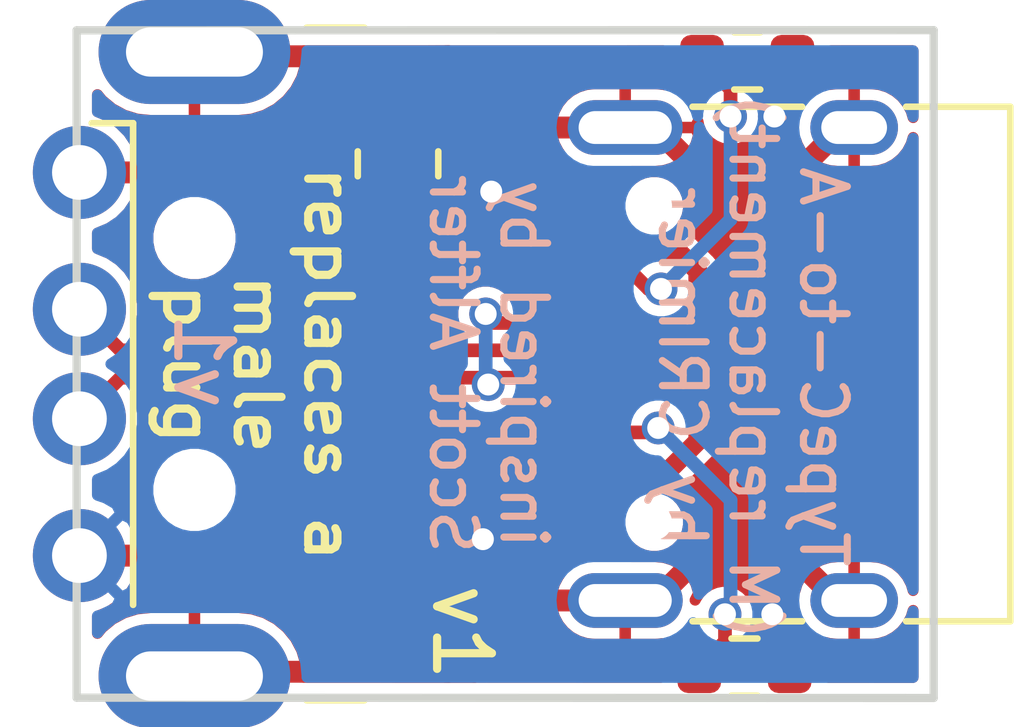
<source format=kicad_pcb>
(kicad_pcb (version 20171130) (host pcbnew 5.1.5+dfsg1-2build2)

  (general
    (thickness 1.6)
    (drawings 9)
    (tracks 97)
    (zones 0)
    (modules 5)
    (nets 11)
  )

  (page USLetter)
  (title_block
    (title "USB Micro-B to B PCB Adapter")
    (date 2018-07-16)
    (company "Scott Alfter")
  )

  (layers
    (0 F.Cu signal)
    (31 B.Cu signal)
    (32 B.Adhes user)
    (33 F.Adhes user)
    (34 B.Paste user)
    (35 F.Paste user)
    (36 B.SilkS user)
    (37 F.SilkS user)
    (38 B.Mask user)
    (39 F.Mask user)
    (40 Dwgs.User user hide)
    (41 Cmts.User user)
    (42 Eco1.User user)
    (43 Eco2.User user)
    (44 Edge.Cuts user)
    (45 Margin user)
    (46 B.CrtYd user hide)
    (47 F.CrtYd user hide)
    (48 B.Fab user hide)
    (49 F.Fab user hide)
  )

  (setup
    (last_trace_width 0.25)
    (user_trace_width 0.35)
    (user_trace_width 0.4)
    (trace_clearance 0.2)
    (zone_clearance 0.2)
    (zone_45_only no)
    (trace_min 0.2)
    (via_size 0.6)
    (via_drill 0.4)
    (via_min_size 0.4)
    (via_min_drill 0.3)
    (uvia_size 0.3)
    (uvia_drill 0.1)
    (uvias_allowed no)
    (uvia_min_size 0.2)
    (uvia_min_drill 0.1)
    (edge_width 0.15)
    (segment_width 0.2)
    (pcb_text_width 0.3)
    (pcb_text_size 1.5 1.5)
    (mod_edge_width 0.15)
    (mod_text_size 1 1)
    (mod_text_width 0.15)
    (pad_size 1.524 1.524)
    (pad_drill 0.762)
    (pad_to_mask_clearance 0.2)
    (aux_axis_origin 162.052 100.1776)
    (visible_elements FFFFFF7F)
    (pcbplotparams
      (layerselection 0x010fc_ffffffff)
      (usegerberextensions true)
      (usegerberattributes false)
      (usegerberadvancedattributes false)
      (creategerberjobfile false)
      (excludeedgelayer true)
      (linewidth 0.100000)
      (plotframeref false)
      (viasonmask false)
      (mode 1)
      (useauxorigin true)
      (hpglpennumber 1)
      (hpglpenspeed 20)
      (hpglpendiameter 15.000000)
      (psnegative false)
      (psa4output false)
      (plotreference false)
      (plotvalue false)
      (plotinvisibletext false)
      (padsonsilk false)
      (subtractmaskfromsilk true)
      (outputformat 1)
      (mirror false)
      (drillshape 0)
      (scaleselection 1)
      (outputdirectory "gerbers/"))
  )

  (net 0 "")
  (net 1 "Net-(J1-Pad2)")
  (net 2 "Net-(J1-Pad1)")
  (net 3 "Net-(J1-Pad3)")
  (net 4 GND)
  (net 5 GNDS)
  (net 6 "Net-(J2-PadA4)")
  (net 7 "Net-(J2-PadB8)")
  (net 8 "Net-(J2-PadA5)")
  (net 9 "Net-(J2-PadA8)")
  (net 10 "Net-(J2-PadB5)")

  (net_class Default "This is the default net class."
    (clearance 0.2)
    (trace_width 0.25)
    (via_dia 0.6)
    (via_drill 0.4)
    (uvia_dia 0.3)
    (uvia_drill 0.1)
    (add_net GND)
    (add_net GNDS)
    (add_net "Net-(J1-Pad1)")
    (add_net "Net-(J1-Pad2)")
    (add_net "Net-(J1-Pad3)")
    (add_net "Net-(J2-PadA4)")
    (add_net "Net-(J2-PadA5)")
    (add_net "Net-(J2-PadA8)")
    (add_net "Net-(J2-PadB5)")
    (add_net "Net-(J2-PadB8)")
  )

  (module usba_to_typec:USB_A (layer F.Cu) (tedit 618547AB) (tstamp 6185BC78)
    (at 146.4564 106.2736)
    (descr "USB type A Plug, Horizontal, http://cnctech.us/pdfs/1001-011-01101.pdf")
    (tags USB-A)
    (path /61855C0A)
    (attr smd)
    (fp_text reference J1 (at 2.1 -8) (layer F.SilkS) hide
      (effects (font (size 1 1) (thickness 0.15)))
    )
    (fp_text value USB_A (at 9 8 180) (layer F.Fab)
      (effects (font (size 1 1) (thickness 0.15)))
    )
    (fp_line (start 1.75 -4) (end 1.75 -3.05) (layer F.Fab) (width 0.1))
    (fp_line (start 1.25 -3.5) (end 1.75 -4) (layer F.Fab) (width 0.1))
    (fp_line (start 1.25 -3.5) (end 1.75 -3) (layer F.Fab) (width 0.1))
    (fp_line (start 0.98 -4.4) (end 0.225 -4.4) (layer F.SilkS) (width 0.12))
    (fp_text user %R (at 3 0 90) (layer F.Fab)
      (effects (font (size 1 1) (thickness 0.15)))
    )
    (fp_line (start 4.15 6.145) (end 5.2 6.145) (layer F.SilkS) (width 0.12))
    (fp_line (start 4.15 -6.145) (end 5.2 -6.145) (layer F.SilkS) (width 0.12))
    (fp_text user "PCB Edge" (at 4.45 -0.05 90) (layer Dwgs.User)
      (effects (font (size 0.6 0.6) (thickness 0.09)))
    )
    (fp_line (start 5.2 6.025) (end 5.2 -6.025) (layer Dwgs.User) (width 0.1))
    (fp_line (start 0.98 -4.4) (end 0.98 4.4) (layer F.SilkS) (width 0.12))
    (fp_circle (center 2.1 2.3) (end 2.1 2.8) (layer F.Fab) (width 0.1))
    (fp_circle (center 2.1 -2.3) (end 2.1 -2.8) (layer F.Fab) (width 0.1))
    (fp_line (start -1.4 -3.25) (end 1.1 -3.25) (layer F.Fab) (width 0.1))
    (fp_line (start -1.4 -3.25) (end -1.4 -3.75) (layer F.Fab) (width 0.1))
    (fp_line (start -1.4 -3.75) (end 1.1 -3.75) (layer F.Fab) (width 0.1))
    (fp_line (start -1.4 -1.25) (end 1.1 -1.25) (layer F.Fab) (width 0.1))
    (fp_line (start -1.4 -0.75) (end 1.1 -0.75) (layer F.Fab) (width 0.1))
    (fp_line (start -1.4 -0.75) (end -1.4 -1.25) (layer F.Fab) (width 0.1))
    (fp_line (start -1.4 1.25) (end 1.1 1.25) (layer F.Fab) (width 0.1))
    (fp_line (start -1.4 1.25) (end -1.4 0.75) (layer F.Fab) (width 0.1))
    (fp_line (start -1.4 0.75) (end 1.1 0.75) (layer F.Fab) (width 0.1))
    (fp_line (start -1.4 3.75) (end 1.1 3.75) (layer F.Fab) (width 0.1))
    (fp_line (start -1.4 3.25) (end 1.1 3.25) (layer F.Fab) (width 0.1))
    (fp_line (start -1.4 3.75) (end -1.4 3.25) (layer F.Fab) (width 0.1))
    (fp_line (start 1.1 6.025) (end 1.1 -6.025) (layer F.Fab) (width 0.1))
    (pad "" np_thru_hole circle (at 2.1 2.3) (size 1.1 1.1) (drill 1.1) (layers *.Cu *.Mask))
    (pad "" np_thru_hole circle (at 2.1 -2.3) (size 1.1 1.1) (drill 1.1) (layers *.Cu *.Mask))
    (pad 5 thru_hole oval (at 2.1 5.7) (size 3.5 1.9) (drill oval 2.5 0.9) (layers *.Cu *.Mask)
      (net 5 GNDS))
    (pad 5 thru_hole oval (at 2.1 -5.7) (size 3.5 1.9) (drill oval 2.5 0.9) (layers *.Cu *.Mask)
      (net 5 GNDS))
    (pad 4 thru_hole circle (at 0 3.5) (size 1.7 1.7) (drill 1) (layers *.Cu *.Mask)
      (net 4 GND))
    (pad 1 thru_hole circle (at 0 -3.5) (size 1.7 1.7) (drill 1) (layers *.Cu *.Mask)
      (net 2 "Net-(J1-Pad1)"))
    (pad 3 thru_hole circle (at 0 1) (size 1.7 1.7) (drill 1) (layers *.Cu *.Mask)
      (net 3 "Net-(J1-Pad3)"))
    (pad 2 thru_hole circle (at 0 -1) (size 1.7 1.7) (drill 1) (layers *.Cu *.Mask)
      (net 1 "Net-(J1-Pad2)"))
    (model ${KISYS3DMOD}/Connector_USB.3dshapes/USB_A_CNCTech_1001-011-01101_Horizontal.wrl
      (at (xyz 0 0 0))
      (scale (xyz 1 1 1))
      (rotate (xyz 0 0 0))
    )
  )

  (module Resistor_SMD:R_0805_2012Metric (layer F.Cu) (tedit 5F68FEEE) (tstamp 61853D0A)
    (at 152.273 102.616 90)
    (descr "Resistor SMD 0805 (2012 Metric), square (rectangular) end terminal, IPC_7351 nominal, (Body size source: IPC-SM-782 page 72, https://www.pcb-3d.com/wordpress/wp-content/uploads/ipc-sm-782a_amendment_1_and_2.pdf), generated with kicad-footprint-generator")
    (tags resistor)
    (path /6185A890)
    (attr smd)
    (fp_text reference R1 (at 0 -1.65 90) (layer F.SilkS) hide
      (effects (font (size 1 1) (thickness 0.15)))
    )
    (fp_text value 0R (at 0 1.65 90) (layer F.Fab)
      (effects (font (size 1 1) (thickness 0.15)))
    )
    (fp_text user %R (at 0 0 90) (layer F.Fab)
      (effects (font (size 0.5 0.5) (thickness 0.08)))
    )
    (fp_line (start 1.68 0.95) (end -1.68 0.95) (layer F.CrtYd) (width 0.05))
    (fp_line (start 1.68 -0.95) (end 1.68 0.95) (layer F.CrtYd) (width 0.05))
    (fp_line (start -1.68 -0.95) (end 1.68 -0.95) (layer F.CrtYd) (width 0.05))
    (fp_line (start -1.68 0.95) (end -1.68 -0.95) (layer F.CrtYd) (width 0.05))
    (fp_line (start -0.227064 0.735) (end 0.227064 0.735) (layer F.SilkS) (width 0.12))
    (fp_line (start -0.227064 -0.735) (end 0.227064 -0.735) (layer F.SilkS) (width 0.12))
    (fp_line (start 1 0.625) (end -1 0.625) (layer F.Fab) (width 0.1))
    (fp_line (start 1 -0.625) (end 1 0.625) (layer F.Fab) (width 0.1))
    (fp_line (start -1 -0.625) (end 1 -0.625) (layer F.Fab) (width 0.1))
    (fp_line (start -1 0.625) (end -1 -0.625) (layer F.Fab) (width 0.1))
    (pad 2 smd roundrect (at 0.9125 0 90) (size 1.025 1.4) (layers F.Cu F.Paste F.Mask) (roundrect_rratio 0.243902)
      (net 2 "Net-(J1-Pad1)"))
    (pad 1 smd roundrect (at -0.9125 0 90) (size 1.025 1.4) (layers F.Cu F.Paste F.Mask) (roundrect_rratio 0.243902)
      (net 6 "Net-(J2-PadA4)"))
    (model ${KISYS3DMOD}/Resistor_SMD.3dshapes/R_0805_2012Metric.wrl
      (at (xyz 0 0 0))
      (scale (xyz 1 1 1))
      (rotate (xyz 0 0 0))
    )
  )

  (module Resistor_SMD:R_0603_1608Metric (layer F.Cu) (tedit 5F68FEEE) (tstamp 618595AE)
    (at 158.6484 100.7364)
    (descr "Resistor SMD 0603 (1608 Metric), square (rectangular) end terminal, IPC_7351 nominal, (Body size source: IPC-SM-782 page 72, https://www.pcb-3d.com/wordpress/wp-content/uploads/ipc-sm-782a_amendment_1_and_2.pdf), generated with kicad-footprint-generator")
    (tags resistor)
    (path /618602A6)
    (attr smd)
    (fp_text reference R3 (at 0 -1.43) (layer F.SilkS) hide
      (effects (font (size 1 1) (thickness 0.15)))
    )
    (fp_text value 5.1K (at 0 1.43) (layer F.Fab)
      (effects (font (size 1 1) (thickness 0.15)))
    )
    (fp_text user %R (at 0 0) (layer F.Fab)
      (effects (font (size 0.4 0.4) (thickness 0.06)))
    )
    (fp_line (start 1.48 0.73) (end -1.48 0.73) (layer F.CrtYd) (width 0.05))
    (fp_line (start 1.48 -0.73) (end 1.48 0.73) (layer F.CrtYd) (width 0.05))
    (fp_line (start -1.48 -0.73) (end 1.48 -0.73) (layer F.CrtYd) (width 0.05))
    (fp_line (start -1.48 0.73) (end -1.48 -0.73) (layer F.CrtYd) (width 0.05))
    (fp_line (start -0.237258 0.5225) (end 0.237258 0.5225) (layer F.SilkS) (width 0.12))
    (fp_line (start -0.237258 -0.5225) (end 0.237258 -0.5225) (layer F.SilkS) (width 0.12))
    (fp_line (start 0.8 0.4125) (end -0.8 0.4125) (layer F.Fab) (width 0.1))
    (fp_line (start 0.8 -0.4125) (end 0.8 0.4125) (layer F.Fab) (width 0.1))
    (fp_line (start -0.8 -0.4125) (end 0.8 -0.4125) (layer F.Fab) (width 0.1))
    (fp_line (start -0.8 0.4125) (end -0.8 -0.4125) (layer F.Fab) (width 0.1))
    (pad 2 smd roundrect (at 0.825 0) (size 0.8 0.95) (layers F.Cu F.Paste F.Mask) (roundrect_rratio 0.25)
      (net 4 GND))
    (pad 1 smd roundrect (at -0.825 0) (size 0.8 0.95) (layers F.Cu F.Paste F.Mask) (roundrect_rratio 0.25)
      (net 10 "Net-(J2-PadB5)"))
    (model ${KISYS3DMOD}/Resistor_SMD.3dshapes/R_0603_1608Metric.wrl
      (at (xyz 0 0 0))
      (scale (xyz 1 1 1))
      (rotate (xyz 0 0 0))
    )
  )

  (module Resistor_SMD:R_0603_1608Metric (layer F.Cu) (tedit 5F68FEEE) (tstamp 6185959D)
    (at 158.5976 111.8108)
    (descr "Resistor SMD 0603 (1608 Metric), square (rectangular) end terminal, IPC_7351 nominal, (Body size source: IPC-SM-782 page 72, https://www.pcb-3d.com/wordpress/wp-content/uploads/ipc-sm-782a_amendment_1_and_2.pdf), generated with kicad-footprint-generator")
    (tags resistor)
    (path /6185F9C0)
    (attr smd)
    (fp_text reference R2 (at 0 -1.43) (layer F.SilkS) hide
      (effects (font (size 1 1) (thickness 0.15)))
    )
    (fp_text value 5.1K (at 0 1.43) (layer F.Fab)
      (effects (font (size 1 1) (thickness 0.15)))
    )
    (fp_text user %R (at 0 0) (layer F.Fab)
      (effects (font (size 0.4 0.4) (thickness 0.06)))
    )
    (fp_line (start 1.48 0.73) (end -1.48 0.73) (layer F.CrtYd) (width 0.05))
    (fp_line (start 1.48 -0.73) (end 1.48 0.73) (layer F.CrtYd) (width 0.05))
    (fp_line (start -1.48 -0.73) (end 1.48 -0.73) (layer F.CrtYd) (width 0.05))
    (fp_line (start -1.48 0.73) (end -1.48 -0.73) (layer F.CrtYd) (width 0.05))
    (fp_line (start -0.237258 0.5225) (end 0.237258 0.5225) (layer F.SilkS) (width 0.12))
    (fp_line (start -0.237258 -0.5225) (end 0.237258 -0.5225) (layer F.SilkS) (width 0.12))
    (fp_line (start 0.8 0.4125) (end -0.8 0.4125) (layer F.Fab) (width 0.1))
    (fp_line (start 0.8 -0.4125) (end 0.8 0.4125) (layer F.Fab) (width 0.1))
    (fp_line (start -0.8 -0.4125) (end 0.8 -0.4125) (layer F.Fab) (width 0.1))
    (fp_line (start -0.8 0.4125) (end -0.8 -0.4125) (layer F.Fab) (width 0.1))
    (pad 2 smd roundrect (at 0.825 0) (size 0.8 0.95) (layers F.Cu F.Paste F.Mask) (roundrect_rratio 0.25)
      (net 4 GND))
    (pad 1 smd roundrect (at -0.825 0) (size 0.8 0.95) (layers F.Cu F.Paste F.Mask) (roundrect_rratio 0.25)
      (net 8 "Net-(J2-PadA5)"))
    (model ${KISYS3DMOD}/Resistor_SMD.3dshapes/R_0603_1608Metric.wrl
      (at (xyz 0 0 0))
      (scale (xyz 1 1 1))
      (rotate (xyz 0 0 0))
    )
  )

  (module Connector_USB:USB_C_Receptacle_HRO_TYPE-C-31-M-12 (layer F.Cu) (tedit 5D3C0721) (tstamp 6185957B)
    (at 159.55 106.2736 90)
    (descr "USB Type-C receptacle for USB 2.0 and PD, http://www.krhro.com/uploads/soft/180320/1-1P320120243.pdf")
    (tags "usb usb-c 2.0 pd")
    (path /61853C0D)
    (attr smd)
    (fp_text reference J2 (at 0 -5.645 90) (layer F.SilkS) hide
      (effects (font (size 1 1) (thickness 0.15)))
    )
    (fp_text value USB_C_Receptacle_USB2.0 (at 0 5.1 90) (layer F.Fab)
      (effects (font (size 1 1) (thickness 0.15)))
    )
    (fp_line (start -4.7 3.9) (end 4.7 3.9) (layer F.SilkS) (width 0.12))
    (fp_line (start -4.47 -3.65) (end 4.47 -3.65) (layer F.Fab) (width 0.1))
    (fp_line (start -4.47 -3.65) (end -4.47 3.65) (layer F.Fab) (width 0.1))
    (fp_line (start -4.47 3.65) (end 4.47 3.65) (layer F.Fab) (width 0.1))
    (fp_line (start 4.47 -3.65) (end 4.47 3.65) (layer F.Fab) (width 0.1))
    (fp_text user %R (at 0 0 90) (layer F.Fab)
      (effects (font (size 1 1) (thickness 0.15)))
    )
    (fp_line (start -5.32 -5.27) (end 5.32 -5.27) (layer F.CrtYd) (width 0.05))
    (fp_line (start -5.32 4.15) (end 5.32 4.15) (layer F.CrtYd) (width 0.05))
    (fp_line (start -5.32 -5.27) (end -5.32 4.15) (layer F.CrtYd) (width 0.05))
    (fp_line (start 5.32 -5.27) (end 5.32 4.15) (layer F.CrtYd) (width 0.05))
    (fp_line (start 4.7 -1.9) (end 4.7 0.1) (layer F.SilkS) (width 0.12))
    (fp_line (start 4.7 2) (end 4.7 3.9) (layer F.SilkS) (width 0.12))
    (fp_line (start -4.7 -1.9) (end -4.7 0.1) (layer F.SilkS) (width 0.12))
    (fp_line (start -4.7 2) (end -4.7 3.9) (layer F.SilkS) (width 0.12))
    (pad B1 smd rect (at 3.25 -4.045 90) (size 0.6 1.45) (layers F.Cu F.Paste F.Mask)
      (net 4 GND))
    (pad A9 smd rect (at 2.45 -4.045 90) (size 0.6 1.45) (layers F.Cu F.Paste F.Mask)
      (net 6 "Net-(J2-PadA4)"))
    (pad B9 smd rect (at -2.45 -4.045 90) (size 0.6 1.45) (layers F.Cu F.Paste F.Mask)
      (net 6 "Net-(J2-PadA4)"))
    (pad B12 smd rect (at -3.25 -4.045 90) (size 0.6 1.45) (layers F.Cu F.Paste F.Mask)
      (net 4 GND))
    (pad A1 smd rect (at -3.25 -4.045 90) (size 0.6 1.45) (layers F.Cu F.Paste F.Mask)
      (net 4 GND))
    (pad A4 smd rect (at -2.45 -4.045 90) (size 0.6 1.45) (layers F.Cu F.Paste F.Mask)
      (net 6 "Net-(J2-PadA4)"))
    (pad B4 smd rect (at 2.45 -4.045 90) (size 0.6 1.45) (layers F.Cu F.Paste F.Mask)
      (net 6 "Net-(J2-PadA4)"))
    (pad A12 smd rect (at 3.25 -4.045 90) (size 0.6 1.45) (layers F.Cu F.Paste F.Mask)
      (net 4 GND))
    (pad B8 smd rect (at -1.75 -4.045 90) (size 0.3 1.45) (layers F.Cu F.Paste F.Mask)
      (net 7 "Net-(J2-PadB8)"))
    (pad A5 smd rect (at -1.25 -4.045 90) (size 0.3 1.45) (layers F.Cu F.Paste F.Mask)
      (net 8 "Net-(J2-PadA5)"))
    (pad B7 smd rect (at -0.75 -4.045 90) (size 0.3 1.45) (layers F.Cu F.Paste F.Mask)
      (net 1 "Net-(J1-Pad2)"))
    (pad A7 smd rect (at 0.25 -4.045 90) (size 0.3 1.45) (layers F.Cu F.Paste F.Mask)
      (net 1 "Net-(J1-Pad2)"))
    (pad B6 smd rect (at 0.75 -4.045 90) (size 0.3 1.45) (layers F.Cu F.Paste F.Mask)
      (net 3 "Net-(J1-Pad3)"))
    (pad A8 smd rect (at 1.25 -4.045 90) (size 0.3 1.45) (layers F.Cu F.Paste F.Mask)
      (net 9 "Net-(J2-PadA8)"))
    (pad B5 smd rect (at 1.75 -4.045 90) (size 0.3 1.45) (layers F.Cu F.Paste F.Mask)
      (net 10 "Net-(J2-PadB5)"))
    (pad A6 smd rect (at -0.25 -4.045 90) (size 0.3 1.45) (layers F.Cu F.Paste F.Mask)
      (net 3 "Net-(J1-Pad3)"))
    (pad S1 thru_hole oval (at 4.32 -3.13 90) (size 1 2.1) (drill oval 0.6 1.7) (layers *.Cu *.Mask)
      (net 5 GNDS))
    (pad S1 thru_hole oval (at -4.32 -3.13 90) (size 1 2.1) (drill oval 0.6 1.7) (layers *.Cu *.Mask)
      (net 5 GNDS))
    (pad "" np_thru_hole circle (at -2.89 -2.6 90) (size 0.65 0.65) (drill 0.65) (layers *.Cu *.Mask))
    (pad S1 thru_hole oval (at -4.32 1.05 90) (size 1 1.6) (drill oval 0.6 1.2) (layers *.Cu *.Mask)
      (net 5 GNDS))
    (pad "" np_thru_hole circle (at 2.89 -2.6 90) (size 0.65 0.65) (drill 0.65) (layers *.Cu *.Mask))
    (pad S1 thru_hole oval (at 4.32 1.05 90) (size 1 1.6) (drill oval 0.6 1.2) (layers *.Cu *.Mask)
      (net 5 GNDS))
    (model ${KISYS3DMOD}/Connector_USB.3dshapes/USB_C_Receptacle_HRO_TYPE-C-31-M-12.wrl
      (at (xyz 0 0 0))
      (scale (xyz 1 1 1))
      (rotate (xyz 0 0 0))
    )
  )

  (gr_text "replaces a\nmale\nplug" (at 149.7076 106.2736 270) (layer F.SilkS)
    (effects (font (size 0.8 0.9) (thickness 0.15)))
  )
  (gr_text "inspired by\nScott Alfter" (at 153.924 106.2736 270) (layer B.SilkS) (tstamp 61854554)
    (effects (font (size 0.8 0.8) (thickness 0.13)) (justify mirror))
  )
  (gr_text "TypeC-to-A\n(M replacement)\nby CRImier" (at 158.75 106.3244 270) (layer B.SilkS)
    (effects (font (size 0.8 0.8) (thickness 0.13)) (justify mirror))
  )
  (gr_text v1 (at 153.4414 111.1758 270) (layer F.SilkS) (tstamp 61853582)
    (effects (font (size 1 1) (thickness 0.15)))
  )
  (gr_text v1 (at 148.717 106.2228 270) (layer B.SilkS)
    (effects (font (size 1 1) (thickness 0.15)) (justify mirror))
  )
  (gr_line (start 146.4056 112.3696) (end 146.4056 100.1776) (angle 90) (layer Edge.Cuts) (width 0.15))
  (gr_line (start 162.052 112.375) (end 146.4056 112.3696) (angle 90) (layer Edge.Cuts) (width 0.15))
  (gr_line (start 162.052 100.175) (end 162.052 112.375) (angle 90) (layer Edge.Cuts) (width 0.15))
  (gr_line (start 146.4056 100.1776) (end 162.052 100.175) (angle 90) (layer Edge.Cuts) (width 0.15))

  (segment (start 147.2064 106.0236) (end 146.4564 105.2736) (width 0.25) (layer F.Cu) (net 1))
  (segment (start 155.505 106.0236) (end 147.2064 106.0236) (width 0.25) (layer F.Cu) (net 1))
  (segment (start 156.48 106.0236) (end 155.505 106.0236) (width 0.25) (layer F.Cu) (net 1))
  (segment (start 156.555001 106.098601) (end 156.48 106.0236) (width 0.25) (layer F.Cu) (net 1))
  (segment (start 156.555001 106.933601) (end 156.555001 106.098601) (width 0.25) (layer F.Cu) (net 1))
  (segment (start 156.465002 107.0236) (end 156.555001 106.933601) (width 0.25) (layer F.Cu) (net 1))
  (segment (start 155.505 107.0236) (end 156.465002 107.0236) (width 0.25) (layer F.Cu) (net 1))
  (segment (start 149.8118 102.7736) (end 146.47421 102.7736) (width 0.4) (layer F.Cu) (net 2))
  (segment (start 151.573 101.7035) (end 150.5081 102.7684) (width 0.4) (layer F.Cu) (net 2))
  (segment (start 150.5081 102.7684) (end 149.7584 102.7684) (width 0.4) (layer F.Cu) (net 2))
  (segment (start 152.273 101.7035) (end 151.573 101.7035) (width 0.4) (layer F.Cu) (net 2))
  (segment (start 149.8118 102.7736) (end 149.7584 102.7684) (width 0.4) (layer F.Cu) (net 2))
  (segment (start 147.2064 106.5236) (end 146.4564 107.2736) (width 0.25) (layer F.Cu) (net 3))
  (segment (start 155.505 106.5236) (end 147.2064 106.5236) (width 0.25) (layer F.Cu) (net 3))
  (segment (start 154.0376 105.5236) (end 153.8732 105.3592) (width 0.25) (layer F.Cu) (net 3))
  (via (at 153.8732 105.3592) (size 0.6) (drill 0.4) (layers F.Cu B.Cu) (net 3))
  (segment (start 155.505 105.5236) (end 154.0376 105.5236) (width 0.25) (layer F.Cu) (net 3))
  (via (at 153.92 106.6486) (size 0.6) (drill 0.4) (layers F.Cu B.Cu) (net 3))
  (segment (start 153.8732 106.6018) (end 153.92 106.6486) (width 0.25) (layer B.Cu) (net 3))
  (segment (start 153.8732 105.3592) (end 153.8732 106.6018) (width 0.25) (layer B.Cu) (net 3))
  (via (at 159.1056 110.8456) (size 0.6) (drill 0.4) (layers F.Cu B.Cu) (net 4))
  (segment (start 159.4226 111.1626) (end 159.1056 110.8456) (width 0.25) (layer F.Cu) (net 4))
  (segment (start 159.4226 111.8108) (end 159.4226 111.1626) (width 0.25) (layer F.Cu) (net 4))
  (via (at 159.143603 101.7524) (size 0.6) (drill 0.4) (layers F.Cu B.Cu) (net 4))
  (segment (start 159.4734 101.422603) (end 159.143603 101.7524) (width 0.25) (layer F.Cu) (net 4))
  (segment (start 159.4734 100.7364) (end 159.4734 101.422603) (width 0.25) (layer F.Cu) (net 4))
  (via (at 153.9748 103.124) (size 0.6) (drill 0.4) (layers F.Cu B.Cu) (net 4))
  (segment (start 154.0752 103.0236) (end 153.9748 103.124) (width 0.4) (layer F.Cu) (net 4))
  (segment (start 155.505 103.0236) (end 154.0752 103.0236) (width 0.4) (layer F.Cu) (net 4))
  (via (at 153.8224 109.474) (size 0.6) (drill 0.4) (layers F.Cu B.Cu) (net 4))
  (segment (start 153.872 109.5236) (end 153.8224 109.474) (width 0.4) (layer F.Cu) (net 4))
  (segment (start 155.505 109.5236) (end 153.872 109.5236) (width 0.4) (layer F.Cu) (net 4))
  (segment (start 146.47421 109.773999) (end 146.47421 109.7736) (width 0.4) (layer F.Cu) (net 4))
  (segment (start 153.522401 109.773999) (end 146.47421 109.773999) (width 0.4) (layer F.Cu) (net 4))
  (segment (start 153.8224 109.474) (end 153.522401 109.773999) (width 0.4) (layer F.Cu) (net 4))
  (segment (start 153.2011 111.897427) (end 153.201258 111.897427) (width 0.4) (layer F.Cu) (net 5))
  (segment (start 153.2011 100.651243) (end 153.201177 100.651243) (width 0.4) (layer F.Cu) (net 5))
  (segment (start 160.3 110.5936) (end 160.6 110.5936) (width 0.4) (layer F.Cu) (net 5))
  (segment (start 157.87 109.6936) (end 159.4 109.6936) (width 0.4) (layer F.Cu) (net 5))
  (segment (start 159.4 109.6936) (end 160.3 110.5936) (width 0.4) (layer F.Cu) (net 5))
  (segment (start 156.97 110.5936) (end 157.87 109.6936) (width 0.4) (layer F.Cu) (net 5))
  (segment (start 156.42 110.5936) (end 156.97 110.5936) (width 0.4) (layer F.Cu) (net 5))
  (segment (start 153.666517 111.897082) (end 153.18853 111.896916) (width 0.4) (layer F.Cu) (net 5))
  (segment (start 154.97 110.5936) (end 153.666517 111.897082) (width 0.4) (layer F.Cu) (net 5))
  (segment (start 156.42 110.5936) (end 154.97 110.5936) (width 0.4) (layer F.Cu) (net 5))
  (segment (start 154.490576 101.9536) (end 153.188464 100.651488) (width 0.4) (layer F.Cu) (net 5))
  (segment (start 156.42 101.9536) (end 154.490576 101.9536) (width 0.4) (layer F.Cu) (net 5))
  (segment (start 160.3776 101.9536) (end 160.6 101.9536) (width 0.4) (layer F.Cu) (net 5))
  (segment (start 159.4612 102.87) (end 160.3776 101.9536) (width 0.4) (layer F.Cu) (net 5))
  (segment (start 157.8864 102.87) (end 159.4612 102.87) (width 0.4) (layer F.Cu) (net 5))
  (segment (start 156.97 101.9536) (end 157.8864 102.87) (width 0.4) (layer F.Cu) (net 5))
  (segment (start 156.42 101.9536) (end 156.97 101.9536) (width 0.4) (layer F.Cu) (net 5))
  (segment (start 153.151122 100.651488) (end 148.556414 100.652251) (width 0.4) (layer F.Cu) (net 5))
  (segment (start 153.188464 100.651488) (end 153.151122 100.651488) (width 0.4) (layer F.Cu) (net 5))
  (segment (start 153.142051 111.896916) (end 148.556427 111.895333) (width 0.4) (layer F.Cu) (net 5))
  (segment (start 153.18853 111.896916) (end 153.142051 111.896916) (width 0.4) (layer F.Cu) (net 5))
  (segment (start 156.0968 103.8236) (end 156.246799 103.973599) (width 0.4) (layer F.Cu) (net 6))
  (segment (start 155.505 103.8236) (end 156.0968 103.8236) (width 0.4) (layer F.Cu) (net 6))
  (segment (start 154.379599 103.824001) (end 154.38 103.8236) (width 0.4) (layer F.Cu) (net 6))
  (segment (start 154.38 103.8236) (end 154.6236 103.8236) (width 0.4) (layer F.Cu) (net 6))
  (segment (start 154.6236 103.8236) (end 155.505 103.8236) (width 0.4) (layer F.Cu) (net 6))
  (segment (start 154.623199 103.824001) (end 154.6236 103.8236) (width 0.4) (layer F.Cu) (net 6))
  (segment (start 153.150801 103.824001) (end 154.623199 103.824001) (width 0.4) (layer F.Cu) (net 6))
  (segment (start 156.670398 108.4072) (end 156.353998 108.7236) (width 0.35) (layer F.Cu) (net 6))
  (segment (start 156.906599 104.226999) (end 157.397601 104.226999) (width 0.35) (layer F.Cu) (net 6))
  (segment (start 156.246799 103.973599) (end 156.505001 103.973599) (width 0.35) (layer F.Cu) (net 6))
  (segment (start 157.0228 108.4072) (end 156.670398 108.4072) (width 0.35) (layer F.Cu) (net 6))
  (segment (start 156.353998 108.7236) (end 155.505 108.7236) (width 0.35) (layer F.Cu) (net 6))
  (segment (start 157.748601 107.681399) (end 157.0228 108.4072) (width 0.35) (layer F.Cu) (net 6))
  (segment (start 156.579991 104.048589) (end 156.728189 104.048589) (width 0.35) (layer F.Cu) (net 6))
  (segment (start 156.505001 103.973599) (end 156.579991 104.048589) (width 0.35) (layer F.Cu) (net 6))
  (segment (start 156.728189 104.048589) (end 156.906599 104.226999) (width 0.35) (layer F.Cu) (net 6))
  (segment (start 157.397601 104.226999) (end 157.748601 104.577999) (width 0.35) (layer F.Cu) (net 6))
  (segment (start 157.748601 104.577999) (end 157.748601 107.681399) (width 0.35) (layer F.Cu) (net 6))
  (segment (start 152.973 103.5285) (end 152.273 103.5285) (width 0.4) (layer F.Cu) (net 6))
  (segment (start 153.150801 103.706301) (end 152.973 103.5285) (width 0.4) (layer F.Cu) (net 6))
  (segment (start 153.150801 103.824001) (end 153.150801 103.706301) (width 0.4) (layer F.Cu) (net 6))
  (via (at 157.0228 107.442) (size 0.6) (drill 0.4) (layers F.Cu B.Cu) (net 8))
  (segment (start 156.9412 107.5236) (end 157.0228 107.442) (width 0.25) (layer F.Cu) (net 8))
  (segment (start 155.505 107.5236) (end 156.9412 107.5236) (width 0.25) (layer F.Cu) (net 8))
  (segment (start 157.0228 107.442) (end 158.3436 108.7628) (width 0.25) (layer B.Cu) (net 8))
  (via (at 158.242 110.8456) (size 0.6) (drill 0.4) (layers F.Cu B.Cu) (net 8))
  (segment (start 158.3436 110.744) (end 158.242 110.8456) (width 0.25) (layer B.Cu) (net 8))
  (segment (start 158.3436 108.7628) (end 158.3436 110.744) (width 0.25) (layer B.Cu) (net 8))
  (segment (start 158.242 111.3414) (end 157.7726 111.8108) (width 0.25) (layer F.Cu) (net 8))
  (segment (start 158.242 110.8456) (end 158.242 111.3414) (width 0.25) (layer F.Cu) (net 8))
  (via (at 158.3436 101.7524) (size 0.6) (drill 0.4) (layers F.Cu B.Cu) (net 10))
  (segment (start 158.3436 101.2566) (end 157.8234 100.7364) (width 0.25) (layer F.Cu) (net 10))
  (segment (start 158.3436 101.7524) (end 158.3436 101.2566) (width 0.25) (layer F.Cu) (net 10))
  (segment (start 158.3436 101.7524) (end 158.3436 103.632) (width 0.25) (layer B.Cu) (net 10))
  (segment (start 158.3436 103.632) (end 157.373599 104.602001) (width 0.25) (layer B.Cu) (net 10))
  (segment (start 156.490001 104.548599) (end 156.843402 104.902) (width 0.25) (layer F.Cu) (net 10))
  (segment (start 155.505 104.5236) (end 155.529999 104.548599) (width 0.25) (layer F.Cu) (net 10))
  (segment (start 155.529999 104.548599) (end 156.490001 104.548599) (width 0.25) (layer F.Cu) (net 10))
  (via (at 157.0736 104.902) (size 0.6) (drill 0.4) (layers F.Cu B.Cu) (net 10))
  (segment (start 157.373599 104.602001) (end 157.0736 104.902) (width 0.25) (layer B.Cu) (net 10))
  (segment (start 156.843402 104.902) (end 157.0736 104.902) (width 0.25) (layer F.Cu) (net 10))

  (zone (net 5) (net_name GNDS) (layer F.Cu) (tstamp 618764D0) (hatch edge 0.508)
    (connect_pads (clearance 0.2))
    (min_thickness 0.2)
    (fill yes (arc_segments 16) (thermal_gap 0.2) (thermal_bridge_width 0.21))
    (polygon
      (pts
        (xy 163.322 112.268) (xy 146.685 112.268) (xy 146.685 100.33) (xy 163.322 100.33)
      )
    )
    (filled_polygon
      (pts
        (xy 161.677 101.773417) (xy 161.641017 101.652072) (xy 161.567953 101.513301) (xy 161.46922 101.39145) (xy 161.348613 101.291202)
        (xy 161.210766 101.21641) (xy 161.060976 101.169947) (xy 160.905 101.1536) (xy 160.605 101.1536) (xy 160.605 101.9486)
        (xy 160.625 101.9486) (xy 160.625 101.9586) (xy 160.605 101.9586) (xy 160.605 102.7536) (xy 160.905 102.7536)
        (xy 161.060976 102.737253) (xy 161.210766 102.69079) (xy 161.348613 102.615998) (xy 161.46922 102.51575) (xy 161.567953 102.393899)
        (xy 161.641017 102.255128) (xy 161.677 102.133783) (xy 161.677001 110.413419) (xy 161.641017 110.292072) (xy 161.567953 110.153301)
        (xy 161.46922 110.03145) (xy 161.348613 109.931202) (xy 161.210766 109.85641) (xy 161.060976 109.809947) (xy 160.905 109.7936)
        (xy 160.605 109.7936) (xy 160.605 110.5886) (xy 160.625 110.5886) (xy 160.625 110.5986) (xy 160.605 110.5986)
        (xy 160.605 111.3936) (xy 160.905 111.3936) (xy 161.060976 111.377253) (xy 161.210766 111.33079) (xy 161.348613 111.255998)
        (xy 161.46922 111.15575) (xy 161.567953 111.033899) (xy 161.641017 110.895128) (xy 161.677001 110.773781) (xy 161.677001 111.999871)
        (xy 160.124051 111.999335) (xy 160.124051 111.5358) (xy 160.114416 111.437972) (xy 160.091528 111.36252) (xy 160.139024 111.377253)
        (xy 160.295 111.3936) (xy 160.595 111.3936) (xy 160.595 110.5986) (xy 160.575 110.5986) (xy 160.575 110.5886)
        (xy 160.595 110.5886) (xy 160.595 109.7936) (xy 160.295 109.7936) (xy 160.139024 109.809947) (xy 159.989234 109.85641)
        (xy 159.851387 109.931202) (xy 159.73078 110.03145) (xy 159.632047 110.153301) (xy 159.558983 110.292072) (xy 159.522758 110.41423)
        (xy 159.488078 110.37955) (xy 159.389807 110.313887) (xy 159.280614 110.268658) (xy 159.164695 110.2456) (xy 159.046505 110.2456)
        (xy 158.930586 110.268658) (xy 158.821393 110.313887) (xy 158.723122 110.37955) (xy 158.6738 110.428872) (xy 158.624478 110.37955)
        (xy 158.526207 110.313887) (xy 158.417014 110.268658) (xy 158.301095 110.2456) (xy 158.182905 110.2456) (xy 158.066986 110.268658)
        (xy 157.957793 110.313887) (xy 157.859522 110.37955) (xy 157.77595 110.463122) (xy 157.710287 110.561393) (xy 157.699018 110.588598)
        (xy 157.694984 110.588598) (xy 157.759353 110.463516) (xy 157.755604 110.442431) (xy 157.711017 110.292072) (xy 157.637953 110.153301)
        (xy 157.53922 110.03145) (xy 157.418613 109.931202) (xy 157.280766 109.85641) (xy 157.130976 109.809947) (xy 156.975 109.7936)
        (xy 156.531451 109.7936) (xy 156.531451 109.628934) (xy 156.551586 109.649069) (xy 156.653952 109.717468) (xy 156.767694 109.764581)
        (xy 156.888443 109.7886) (xy 157.011557 109.7886) (xy 157.132306 109.764581) (xy 157.246048 109.717468) (xy 157.348414 109.649069)
        (xy 157.435469 109.562014) (xy 157.503868 109.459648) (xy 157.550981 109.345906) (xy 157.575 109.225157) (xy 157.575 109.102043)
        (xy 157.550981 108.981294) (xy 157.503868 108.867552) (xy 157.435469 108.765186) (xy 157.386017 108.715734) (xy 158.067978 108.033774)
        (xy 158.086102 108.0189) (xy 158.14546 107.946572) (xy 158.189567 107.864053) (xy 158.216728 107.774515) (xy 158.223601 107.704731)
        (xy 158.225899 107.681399) (xy 158.223601 107.658067) (xy 158.223601 104.601331) (xy 158.225899 104.577999) (xy 158.216728 104.484882)
        (xy 158.205721 104.448599) (xy 158.189567 104.395345) (xy 158.14546 104.312826) (xy 158.086102 104.240498) (xy 158.067972 104.225619)
        (xy 157.749985 103.907632) (xy 157.735102 103.889498) (xy 157.662774 103.83014) (xy 157.580255 103.786033) (xy 157.490717 103.758872)
        (xy 157.453389 103.755196) (xy 157.503868 103.679648) (xy 157.550981 103.565906) (xy 157.575 103.445157) (xy 157.575 103.322043)
        (xy 157.550981 103.201294) (xy 157.503868 103.087552) (xy 157.435469 102.985186) (xy 157.348414 102.898131) (xy 157.246048 102.829732)
        (xy 157.132306 102.782619) (xy 157.011557 102.7586) (xy 156.888443 102.7586) (xy 156.767694 102.782619) (xy 156.653952 102.829732)
        (xy 156.551586 102.898131) (xy 156.531451 102.918266) (xy 156.531451 102.7536) (xy 156.975 102.7536) (xy 157.130976 102.737253)
        (xy 157.280766 102.69079) (xy 157.418613 102.615998) (xy 157.53922 102.51575) (xy 157.637953 102.393899) (xy 157.711017 102.255128)
        (xy 157.755604 102.104769) (xy 157.759353 102.083684) (xy 157.694983 101.9586) (xy 156.425 101.9586) (xy 156.425 101.9786)
        (xy 156.415 101.9786) (xy 156.415 101.9586) (xy 155.145017 101.9586) (xy 155.080647 102.083684) (xy 155.084396 102.104769)
        (xy 155.128983 102.255128) (xy 155.202047 102.393899) (xy 155.224937 102.422149) (xy 154.78 102.422149) (xy 154.72119 102.427941)
        (xy 154.66464 102.445096) (xy 154.612523 102.472953) (xy 154.566842 102.510442) (xy 154.556044 102.5236) (xy 154.099759 102.5236)
        (xy 154.075199 102.521181) (xy 154.038095 102.524835) (xy 154.033895 102.524) (xy 153.915705 102.524) (xy 153.799786 102.547058)
        (xy 153.690593 102.592287) (xy 153.592322 102.65795) (xy 153.50875 102.741522) (xy 153.443087 102.839793) (xy 153.397858 102.948986)
        (xy 153.3748 103.064905) (xy 153.3748 103.183095) (xy 153.384757 103.233152) (xy 153.343928 103.192323) (xy 153.328264 103.173236)
        (xy 153.252129 103.110754) (xy 153.248868 103.109011) (xy 153.232474 103.054968) (xy 153.181515 102.95963) (xy 153.112935 102.876065)
        (xy 153.02937 102.807485) (xy 152.934032 102.756526) (xy 152.830584 102.725145) (xy 152.723001 102.714549) (xy 151.822999 102.714549)
        (xy 151.715416 102.725145) (xy 151.611968 102.756526) (xy 151.51663 102.807485) (xy 151.433065 102.876065) (xy 151.364485 102.95963)
        (xy 151.313526 103.054968) (xy 151.282145 103.158416) (xy 151.271549 103.265999) (xy 151.271549 103.791001) (xy 151.282145 103.898584)
        (xy 151.313526 104.002032) (xy 151.364485 104.09737) (xy 151.433065 104.180935) (xy 151.51663 104.249515) (xy 151.611968 104.300474)
        (xy 151.715416 104.331855) (xy 151.822999 104.342451) (xy 152.723001 104.342451) (xy 152.830584 104.331855) (xy 152.934032 104.300474)
        (xy 152.957787 104.287777) (xy 152.958534 104.288176) (xy 153.052784 104.316766) (xy 153.150801 104.32642) (xy 153.175361 104.324001)
        (xy 154.355039 104.324001) (xy 154.379599 104.32642) (xy 154.404159 104.324001) (xy 154.483434 104.324001) (xy 154.478549 104.3736)
        (xy 154.478549 104.6736) (xy 154.484341 104.73241) (xy 154.496836 104.7736) (xy 154.484341 104.81479) (xy 154.478549 104.8736)
        (xy 154.478549 105.0986) (xy 154.414691 105.0986) (xy 154.404913 105.074993) (xy 154.33925 104.976722) (xy 154.255678 104.89315)
        (xy 154.157407 104.827487) (xy 154.048214 104.782258) (xy 153.932295 104.7592) (xy 153.814105 104.7592) (xy 153.698186 104.782258)
        (xy 153.588993 104.827487) (xy 153.490722 104.89315) (xy 153.40715 104.976722) (xy 153.341487 105.074993) (xy 153.296258 105.184186)
        (xy 153.2732 105.300105) (xy 153.2732 105.418295) (xy 153.296258 105.534214) (xy 153.322927 105.5986) (xy 147.564283 105.5986)
        (xy 147.6064 105.386865) (xy 147.6064 105.160335) (xy 147.562206 104.938157) (xy 147.475516 104.728871) (xy 147.349663 104.540518)
        (xy 147.189482 104.380337) (xy 147.001129 104.254484) (xy 146.791843 104.167794) (xy 146.785 104.166433) (xy 146.785 103.880767)
        (xy 146.791843 103.879406) (xy 147.001129 103.792716) (xy 147.189482 103.666863) (xy 147.349663 103.506682) (xy 147.475516 103.318329)
        (xy 147.494044 103.2736) (xy 148.074064 103.2736) (xy 148.014556 103.313362) (xy 147.896162 103.431756) (xy 147.80314 103.570974)
        (xy 147.739065 103.725664) (xy 147.7064 103.889882) (xy 147.7064 104.057318) (xy 147.739065 104.221536) (xy 147.80314 104.376226)
        (xy 147.896162 104.515444) (xy 148.014556 104.633838) (xy 148.153774 104.72686) (xy 148.308464 104.790935) (xy 148.472682 104.8236)
        (xy 148.640118 104.8236) (xy 148.804336 104.790935) (xy 148.959026 104.72686) (xy 149.098244 104.633838) (xy 149.216638 104.515444)
        (xy 149.30966 104.376226) (xy 149.373735 104.221536) (xy 149.4064 104.057318) (xy 149.4064 103.889882) (xy 149.373735 103.725664)
        (xy 149.30966 103.570974) (xy 149.216638 103.431756) (xy 149.098244 103.313362) (xy 149.038736 103.2736) (xy 149.787517 103.2736)
        (xy 149.787784 103.273626) (xy 149.811188 103.2736) (xy 149.83636 103.2736) (xy 149.836647 103.273572) (xy 149.861597 103.273544)
        (xy 149.885522 103.268758) (xy 149.889156 103.2684) (xy 150.48354 103.2684) (xy 150.5081 103.270819) (xy 150.53266 103.2684)
        (xy 150.580735 103.263665) (xy 150.606117 103.261165) (xy 150.700367 103.232575) (xy 150.787229 103.186146) (xy 150.863364 103.123664)
        (xy 150.879029 103.104576) (xy 151.544301 102.439305) (xy 151.611968 102.475474) (xy 151.715416 102.506855) (xy 151.822999 102.517451)
        (xy 152.723001 102.517451) (xy 152.830584 102.506855) (xy 152.934032 102.475474) (xy 153.02937 102.424515) (xy 153.112935 102.355935)
        (xy 153.181515 102.27237) (xy 153.232474 102.177032) (xy 153.263855 102.073584) (xy 153.274451 101.966001) (xy 153.274451 101.823516)
        (xy 155.080647 101.823516) (xy 155.145017 101.9486) (xy 156.415 101.9486) (xy 156.415 101.1536) (xy 155.865 101.1536)
        (xy 155.709024 101.169947) (xy 155.559234 101.21641) (xy 155.421387 101.291202) (xy 155.30078 101.39145) (xy 155.202047 101.513301)
        (xy 155.128983 101.652072) (xy 155.084396 101.802431) (xy 155.080647 101.823516) (xy 153.274451 101.823516) (xy 153.274451 101.440999)
        (xy 153.263855 101.333416) (xy 153.232474 101.229968) (xy 153.181515 101.13463) (xy 153.112935 101.051065) (xy 153.02937 100.982485)
        (xy 152.934032 100.931526) (xy 152.830584 100.900145) (xy 152.723001 100.889549) (xy 151.822999 100.889549) (xy 151.715416 100.900145)
        (xy 151.611968 100.931526) (xy 151.51663 100.982485) (xy 151.433065 101.051065) (xy 151.364485 101.13463) (xy 151.313526 101.229968)
        (xy 151.297132 101.284011) (xy 151.293871 101.285754) (xy 151.217736 101.348236) (xy 151.202075 101.367319) (xy 150.300995 102.2684)
        (xy 149.782682 102.2684) (xy 149.782415 102.268374) (xy 149.759012 102.2684) (xy 149.73384 102.2684) (xy 149.733553 102.268428)
        (xy 149.708604 102.268456) (xy 149.68468 102.273242) (xy 149.681044 102.2736) (xy 147.494044 102.2736) (xy 147.475516 102.228871)
        (xy 147.349663 102.040518) (xy 147.189482 101.880337) (xy 147.001129 101.754484) (xy 146.791843 101.667794) (xy 146.785 101.666433)
        (xy 146.785 101.350778) (xy 146.868981 101.453948) (xy 147.05778 101.610159) (xy 147.273426 101.726536) (xy 147.507633 101.798606)
        (xy 147.7514 101.8236) (xy 148.5514 101.8236) (xy 148.5514 100.5786) (xy 148.5614 100.5786) (xy 148.5614 101.8236)
        (xy 149.3614 101.8236) (xy 149.605167 101.798606) (xy 149.839374 101.726536) (xy 150.05502 101.610159) (xy 150.243819 101.453948)
        (xy 150.398515 101.263906) (xy 150.513163 101.047335) (xy 150.583357 100.812559) (xy 150.590218 100.77408) (xy 150.531389 100.5786)
        (xy 148.5614 100.5786) (xy 148.5514 100.5786) (xy 148.5314 100.5786) (xy 148.5314 100.5686) (xy 148.5514 100.5686)
        (xy 148.5514 100.552243) (xy 148.5614 100.552242) (xy 148.5614 100.5686) (xy 150.531389 100.5686) (xy 150.536411 100.551913)
        (xy 157.121949 100.550819) (xy 157.121949 101.0114) (xy 157.131584 101.109228) (xy 157.15198 101.176462) (xy 157.130976 101.169947)
        (xy 156.975 101.1536) (xy 156.425 101.1536) (xy 156.425 101.9486) (xy 157.694983 101.9486) (xy 157.749716 101.842242)
        (xy 157.766658 101.927414) (xy 157.811887 102.036607) (xy 157.87755 102.134878) (xy 157.961122 102.21845) (xy 158.059393 102.284113)
        (xy 158.168586 102.329342) (xy 158.284505 102.3524) (xy 158.402695 102.3524) (xy 158.518614 102.329342) (xy 158.627807 102.284113)
        (xy 158.726078 102.21845) (xy 158.743602 102.200927) (xy 158.761125 102.21845) (xy 158.859396 102.284113) (xy 158.968589 102.329342)
        (xy 159.084508 102.3524) (xy 159.202698 102.3524) (xy 159.318617 102.329342) (xy 159.42781 102.284113) (xy 159.526081 102.21845)
        (xy 159.543069 102.201462) (xy 159.558983 102.255128) (xy 159.632047 102.393899) (xy 159.73078 102.51575) (xy 159.851387 102.615998)
        (xy 159.989234 102.69079) (xy 160.139024 102.737253) (xy 160.295 102.7536) (xy 160.595 102.7536) (xy 160.595 101.9586)
        (xy 160.575 101.9586) (xy 160.575 101.9486) (xy 160.595 101.9486) (xy 160.595 101.1536) (xy 160.295 101.1536)
        (xy 160.147052 101.169106) (xy 160.165216 101.109228) (xy 160.174851 101.0114) (xy 160.174851 100.550311) (xy 161.677 100.550061)
      )
    )
    (filled_polygon
      (pts
        (xy 154.566842 110.036758) (xy 154.612523 110.074247) (xy 154.66464 110.102104) (xy 154.72119 110.119259) (xy 154.78 110.125051)
        (xy 155.224937 110.125051) (xy 155.202047 110.153301) (xy 155.128983 110.292072) (xy 155.084396 110.442431) (xy 155.080647 110.463516)
        (xy 155.145017 110.5886) (xy 156.415 110.5886) (xy 156.415 110.5686) (xy 156.425 110.5686) (xy 156.425 110.5886)
        (xy 156.445 110.5886) (xy 156.445 110.5986) (xy 156.425 110.5986) (xy 156.425 111.3936) (xy 156.975 111.3936)
        (xy 157.09816 111.380692) (xy 157.080784 111.437972) (xy 157.071149 111.5358) (xy 157.071149 111.998281) (xy 150.536633 111.996026)
        (xy 150.531389 111.9786) (xy 148.5614 111.9786) (xy 148.5614 111.995344) (xy 148.5514 111.995341) (xy 148.5514 111.9786)
        (xy 148.5314 111.9786) (xy 148.5314 111.9686) (xy 148.5514 111.9686) (xy 148.5514 110.7236) (xy 148.5614 110.7236)
        (xy 148.5614 111.9686) (xy 150.531389 111.9686) (xy 150.590218 111.77312) (xy 150.583357 111.734641) (xy 150.513163 111.499865)
        (xy 150.398515 111.283294) (xy 150.243819 111.093252) (xy 150.05502 110.937041) (xy 149.839374 110.820664) (xy 149.605167 110.748594)
        (xy 149.36222 110.723684) (xy 155.080647 110.723684) (xy 155.084396 110.744769) (xy 155.128983 110.895128) (xy 155.202047 111.033899)
        (xy 155.30078 111.15575) (xy 155.421387 111.255998) (xy 155.559234 111.33079) (xy 155.709024 111.377253) (xy 155.865 111.3936)
        (xy 156.415 111.3936) (xy 156.415 110.5986) (xy 155.145017 110.5986) (xy 155.080647 110.723684) (xy 149.36222 110.723684)
        (xy 149.3614 110.7236) (xy 148.5614 110.7236) (xy 148.5514 110.7236) (xy 147.7514 110.7236) (xy 147.507633 110.748594)
        (xy 147.273426 110.820664) (xy 147.05778 110.937041) (xy 146.868981 111.093252) (xy 146.785 111.196422) (xy 146.785 110.880767)
        (xy 146.791843 110.879406) (xy 147.001129 110.792716) (xy 147.189482 110.666863) (xy 147.349663 110.506682) (xy 147.475516 110.318329)
        (xy 147.493878 110.273999) (xy 153.497841 110.273999) (xy 153.522401 110.276418) (xy 153.546961 110.273999) (xy 153.620418 110.266764)
        (xy 153.714668 110.238174) (xy 153.80153 110.191745) (xy 153.877665 110.129263) (xy 153.89333 110.110175) (xy 153.941427 110.062079)
        (xy 153.997414 110.050942) (xy 154.063424 110.0236) (xy 154.556044 110.0236)
      )
    )
  )
  (zone (net 4) (net_name GND) (layer B.Cu) (tstamp 618764CD) (hatch edge 0.508)
    (connect_pads (clearance 0.2))
    (min_thickness 0.2)
    (fill yes (arc_segments 16) (thermal_gap 0.2) (thermal_bridge_width 0.21))
    (polygon
      (pts
        (xy 163.322 112.268) (xy 146.685 112.268) (xy 146.685 100.33) (xy 163.322 100.33)
      )
    )
    (filled_polygon
      (pts
        (xy 161.677 101.759114) (xy 161.642679 101.645972) (xy 161.568393 101.506994) (xy 161.468422 101.385178) (xy 161.346606 101.285207)
        (xy 161.207628 101.210921) (xy 161.056827 101.165176) (xy 160.939293 101.1536) (xy 160.260707 101.1536) (xy 160.143173 101.165176)
        (xy 159.992372 101.210921) (xy 159.853394 101.285207) (xy 159.731578 101.385178) (xy 159.631607 101.506994) (xy 159.557321 101.645972)
        (xy 159.511576 101.796773) (xy 159.49613 101.9536) (xy 159.511576 102.110427) (xy 159.557321 102.261228) (xy 159.631607 102.400206)
        (xy 159.731578 102.522022) (xy 159.853394 102.621993) (xy 159.992372 102.696279) (xy 160.143173 102.742024) (xy 160.260707 102.7536)
        (xy 160.939293 102.7536) (xy 161.056827 102.742024) (xy 161.207628 102.696279) (xy 161.346606 102.621993) (xy 161.468422 102.522022)
        (xy 161.568393 102.400206) (xy 161.642679 102.261228) (xy 161.677 102.148086) (xy 161.677001 110.399116) (xy 161.642679 110.285972)
        (xy 161.568393 110.146994) (xy 161.468422 110.025178) (xy 161.346606 109.925207) (xy 161.207628 109.850921) (xy 161.056827 109.805176)
        (xy 160.939293 109.7936) (xy 160.260707 109.7936) (xy 160.143173 109.805176) (xy 159.992372 109.850921) (xy 159.853394 109.925207)
        (xy 159.731578 110.025178) (xy 159.631607 110.146994) (xy 159.557321 110.285972) (xy 159.511576 110.436773) (xy 159.49613 110.5936)
        (xy 159.511576 110.750427) (xy 159.557321 110.901228) (xy 159.631607 111.040206) (xy 159.731578 111.162022) (xy 159.853394 111.261993)
        (xy 159.992372 111.336279) (xy 160.143173 111.382024) (xy 160.260707 111.3936) (xy 160.939293 111.3936) (xy 161.056827 111.382024)
        (xy 161.207628 111.336279) (xy 161.346606 111.261993) (xy 161.468422 111.162022) (xy 161.568393 111.040206) (xy 161.642679 110.901228)
        (xy 161.677001 110.788084) (xy 161.677001 111.999871) (xy 150.610237 111.996052) (xy 150.612448 111.9736) (xy 150.588313 111.728557)
        (xy 150.516837 111.492931) (xy 150.400766 111.275777) (xy 150.24456 111.08544) (xy 150.054223 110.929234) (xy 149.837069 110.813163)
        (xy 149.601443 110.741687) (xy 149.417805 110.7236) (xy 147.694995 110.7236) (xy 147.511357 110.741687) (xy 147.275731 110.813163)
        (xy 147.058577 110.929234) (xy 146.86824 111.08544) (xy 146.785 111.186868) (xy 146.785 110.876195) (xy 146.861048 110.855999)
        (xy 147.064438 110.756258) (xy 147.131572 110.711401) (xy 147.190651 110.5936) (xy 155.06613 110.5936) (xy 155.081576 110.750427)
        (xy 155.127321 110.901228) (xy 155.201607 111.040206) (xy 155.301578 111.162022) (xy 155.423394 111.261993) (xy 155.562372 111.336279)
        (xy 155.713173 111.382024) (xy 155.830707 111.3936) (xy 157.009293 111.3936) (xy 157.126827 111.382024) (xy 157.277628 111.336279)
        (xy 157.416606 111.261993) (xy 157.538422 111.162022) (xy 157.638393 111.040206) (xy 157.660666 110.998536) (xy 157.665058 111.020614)
        (xy 157.710287 111.129807) (xy 157.77595 111.228078) (xy 157.859522 111.31165) (xy 157.957793 111.377313) (xy 158.066986 111.422542)
        (xy 158.182905 111.4456) (xy 158.301095 111.4456) (xy 158.417014 111.422542) (xy 158.526207 111.377313) (xy 158.624478 111.31165)
        (xy 158.70805 111.228078) (xy 158.773713 111.129807) (xy 158.818942 111.020614) (xy 158.842 110.904695) (xy 158.842 110.786505)
        (xy 158.818942 110.670586) (xy 158.773713 110.561393) (xy 158.7686 110.553741) (xy 158.7686 108.783666) (xy 158.770655 108.762799)
        (xy 158.7686 108.741932) (xy 158.7686 108.741926) (xy 158.76245 108.679486) (xy 158.738148 108.599373) (xy 158.698684 108.52554)
        (xy 158.645574 108.460826) (xy 158.629363 108.447522) (xy 157.6228 107.44096) (xy 157.6228 107.382905) (xy 157.599742 107.266986)
        (xy 157.554513 107.157793) (xy 157.48885 107.059522) (xy 157.405278 106.97595) (xy 157.307007 106.910287) (xy 157.197814 106.865058)
        (xy 157.081895 106.842) (xy 156.963705 106.842) (xy 156.847786 106.865058) (xy 156.738593 106.910287) (xy 156.640322 106.97595)
        (xy 156.55675 107.059522) (xy 156.491087 107.157793) (xy 156.445858 107.266986) (xy 156.4228 107.382905) (xy 156.4228 107.501095)
        (xy 156.445858 107.617014) (xy 156.491087 107.726207) (xy 156.55675 107.824478) (xy 156.640322 107.90805) (xy 156.738593 107.973713)
        (xy 156.847786 108.018942) (xy 156.963705 108.042) (xy 157.02176 108.042) (xy 157.9186 108.938841) (xy 157.918601 110.340075)
        (xy 157.859522 110.37955) (xy 157.77595 110.463122) (xy 157.762937 110.482597) (xy 157.758424 110.436773) (xy 157.712679 110.285972)
        (xy 157.638393 110.146994) (xy 157.538422 110.025178) (xy 157.416606 109.925207) (xy 157.277628 109.850921) (xy 157.126827 109.805176)
        (xy 157.009293 109.7936) (xy 155.830707 109.7936) (xy 155.713173 109.805176) (xy 155.562372 109.850921) (xy 155.423394 109.925207)
        (xy 155.301578 110.025178) (xy 155.201607 110.146994) (xy 155.127321 110.285972) (xy 155.081576 110.436773) (xy 155.06613 110.5936)
        (xy 147.190651 110.5936) (xy 147.21693 110.541201) (xy 146.785 110.109271) (xy 146.785 110.095129) (xy 147.224001 110.53413)
        (xy 147.394201 110.448772) (xy 147.507901 110.252842) (xy 147.581192 110.038496) (xy 147.611258 109.81397) (xy 147.596943 109.587893)
        (xy 147.538799 109.368952) (xy 147.439058 109.165562) (xy 147.394201 109.098428) (xy 147.224001 109.01307) (xy 146.785 109.452071)
        (xy 146.785 109.437929) (xy 147.21693 109.005999) (xy 147.131572 108.835799) (xy 146.935642 108.722099) (xy 146.785 108.67059)
        (xy 146.785 108.489882) (xy 147.7064 108.489882) (xy 147.7064 108.657318) (xy 147.739065 108.821536) (xy 147.80314 108.976226)
        (xy 147.896162 109.115444) (xy 148.014556 109.233838) (xy 148.153774 109.32686) (xy 148.308464 109.390935) (xy 148.472682 109.4236)
        (xy 148.640118 109.4236) (xy 148.804336 109.390935) (xy 148.959026 109.32686) (xy 149.098244 109.233838) (xy 149.216638 109.115444)
        (xy 149.225592 109.102043) (xy 156.325 109.102043) (xy 156.325 109.225157) (xy 156.349019 109.345906) (xy 156.396132 109.459648)
        (xy 156.464531 109.562014) (xy 156.551586 109.649069) (xy 156.653952 109.717468) (xy 156.767694 109.764581) (xy 156.888443 109.7886)
        (xy 157.011557 109.7886) (xy 157.132306 109.764581) (xy 157.246048 109.717468) (xy 157.348414 109.649069) (xy 157.435469 109.562014)
        (xy 157.503868 109.459648) (xy 157.550981 109.345906) (xy 157.575 109.225157) (xy 157.575 109.102043) (xy 157.550981 108.981294)
        (xy 157.503868 108.867552) (xy 157.435469 108.765186) (xy 157.348414 108.678131) (xy 157.246048 108.609732) (xy 157.132306 108.562619)
        (xy 157.011557 108.5386) (xy 156.888443 108.5386) (xy 156.767694 108.562619) (xy 156.653952 108.609732) (xy 156.551586 108.678131)
        (xy 156.464531 108.765186) (xy 156.396132 108.867552) (xy 156.349019 108.981294) (xy 156.325 109.102043) (xy 149.225592 109.102043)
        (xy 149.30966 108.976226) (xy 149.373735 108.821536) (xy 149.4064 108.657318) (xy 149.4064 108.489882) (xy 149.373735 108.325664)
        (xy 149.30966 108.170974) (xy 149.216638 108.031756) (xy 149.098244 107.913362) (xy 148.959026 107.82034) (xy 148.804336 107.756265)
        (xy 148.640118 107.7236) (xy 148.472682 107.7236) (xy 148.308464 107.756265) (xy 148.153774 107.82034) (xy 148.014556 107.913362)
        (xy 147.896162 108.031756) (xy 147.80314 108.170974) (xy 147.739065 108.325664) (xy 147.7064 108.489882) (xy 146.785 108.489882)
        (xy 146.785 108.380767) (xy 146.791843 108.379406) (xy 147.001129 108.292716) (xy 147.189482 108.166863) (xy 147.349663 108.006682)
        (xy 147.475516 107.818329) (xy 147.562206 107.609043) (xy 147.6064 107.386865) (xy 147.6064 107.160335) (xy 147.562206 106.938157)
        (xy 147.475516 106.728871) (xy 147.349663 106.540518) (xy 147.189482 106.380337) (xy 147.029738 106.2736) (xy 147.189482 106.166863)
        (xy 147.349663 106.006682) (xy 147.475516 105.818329) (xy 147.562206 105.609043) (xy 147.6064 105.386865) (xy 147.6064 105.300105)
        (xy 153.2732 105.300105) (xy 153.2732 105.418295) (xy 153.296258 105.534214) (xy 153.341487 105.643407) (xy 153.40715 105.741678)
        (xy 153.4482 105.782728) (xy 153.448201 106.274726) (xy 153.388287 106.364393) (xy 153.343058 106.473586) (xy 153.32 106.589505)
        (xy 153.32 106.707695) (xy 153.343058 106.823614) (xy 153.388287 106.932807) (xy 153.45395 107.031078) (xy 153.537522 107.11465)
        (xy 153.635793 107.180313) (xy 153.744986 107.225542) (xy 153.860905 107.2486) (xy 153.979095 107.2486) (xy 154.095014 107.225542)
        (xy 154.204207 107.180313) (xy 154.302478 107.11465) (xy 154.38605 107.031078) (xy 154.451713 106.932807) (xy 154.496942 106.823614)
        (xy 154.52 106.707695) (xy 154.52 106.589505) (xy 154.496942 106.473586) (xy 154.451713 106.364393) (xy 154.38605 106.266122)
        (xy 154.302478 106.18255) (xy 154.2982 106.179692) (xy 154.2982 105.782728) (xy 154.33925 105.741678) (xy 154.404913 105.643407)
        (xy 154.450142 105.534214) (xy 154.4732 105.418295) (xy 154.4732 105.300105) (xy 154.450142 105.184186) (xy 154.404913 105.074993)
        (xy 154.33925 104.976722) (xy 154.255678 104.89315) (xy 154.157407 104.827487) (xy 154.048214 104.782258) (xy 153.932295 104.7592)
        (xy 153.814105 104.7592) (xy 153.698186 104.782258) (xy 153.588993 104.827487) (xy 153.490722 104.89315) (xy 153.40715 104.976722)
        (xy 153.341487 105.074993) (xy 153.296258 105.184186) (xy 153.2732 105.300105) (xy 147.6064 105.300105) (xy 147.6064 105.160335)
        (xy 147.562206 104.938157) (xy 147.475516 104.728871) (xy 147.349663 104.540518) (xy 147.189482 104.380337) (xy 147.001129 104.254484)
        (xy 146.791843 104.167794) (xy 146.785 104.166433) (xy 146.785 103.889882) (xy 147.7064 103.889882) (xy 147.7064 104.057318)
        (xy 147.739065 104.221536) (xy 147.80314 104.376226) (xy 147.896162 104.515444) (xy 148.014556 104.633838) (xy 148.153774 104.72686)
        (xy 148.308464 104.790935) (xy 148.472682 104.8236) (xy 148.640118 104.8236) (xy 148.804336 104.790935) (xy 148.959026 104.72686)
        (xy 149.098244 104.633838) (xy 149.216638 104.515444) (xy 149.30966 104.376226) (xy 149.373735 104.221536) (xy 149.4064 104.057318)
        (xy 149.4064 103.889882) (xy 149.373735 103.725664) (xy 149.30966 103.570974) (xy 149.216638 103.431756) (xy 149.106925 103.322043)
        (xy 156.325 103.322043) (xy 156.325 103.445157) (xy 156.349019 103.565906) (xy 156.396132 103.679648) (xy 156.464531 103.782014)
        (xy 156.551586 103.869069) (xy 156.653952 103.937468) (xy 156.767694 103.984581) (xy 156.888443 104.0086) (xy 157.011557 104.0086)
        (xy 157.132306 103.984581) (xy 157.246048 103.937468) (xy 157.348414 103.869069) (xy 157.435469 103.782014) (xy 157.503868 103.679648)
        (xy 157.550981 103.565906) (xy 157.575 103.445157) (xy 157.575 103.322043) (xy 157.550981 103.201294) (xy 157.503868 103.087552)
        (xy 157.435469 102.985186) (xy 157.348414 102.898131) (xy 157.246048 102.829732) (xy 157.132306 102.782619) (xy 157.011557 102.7586)
        (xy 156.888443 102.7586) (xy 156.767694 102.782619) (xy 156.653952 102.829732) (xy 156.551586 102.898131) (xy 156.464531 102.985186)
        (xy 156.396132 103.087552) (xy 156.349019 103.201294) (xy 156.325 103.322043) (xy 149.106925 103.322043) (xy 149.098244 103.313362)
        (xy 148.959026 103.22034) (xy 148.804336 103.156265) (xy 148.640118 103.1236) (xy 148.472682 103.1236) (xy 148.308464 103.156265)
        (xy 148.153774 103.22034) (xy 148.014556 103.313362) (xy 147.896162 103.431756) (xy 147.80314 103.570974) (xy 147.739065 103.725664)
        (xy 147.7064 103.889882) (xy 146.785 103.889882) (xy 146.785 103.880767) (xy 146.791843 103.879406) (xy 147.001129 103.792716)
        (xy 147.189482 103.666863) (xy 147.349663 103.506682) (xy 147.475516 103.318329) (xy 147.562206 103.109043) (xy 147.6064 102.886865)
        (xy 147.6064 102.660335) (xy 147.562206 102.438157) (xy 147.475516 102.228871) (xy 147.349663 102.040518) (xy 147.262745 101.9536)
        (xy 155.06613 101.9536) (xy 155.081576 102.110427) (xy 155.127321 102.261228) (xy 155.201607 102.400206) (xy 155.301578 102.522022)
        (xy 155.423394 102.621993) (xy 155.562372 102.696279) (xy 155.713173 102.742024) (xy 155.830707 102.7536) (xy 157.009293 102.7536)
        (xy 157.126827 102.742024) (xy 157.277628 102.696279) (xy 157.416606 102.621993) (xy 157.538422 102.522022) (xy 157.638393 102.400206)
        (xy 157.712679 102.261228) (xy 157.758424 102.110427) (xy 157.77387 101.9536) (xy 157.772736 101.942088) (xy 157.811887 102.036607)
        (xy 157.87755 102.134878) (xy 157.9186 102.175928) (xy 157.918601 103.455959) (xy 157.07256 104.302) (xy 157.014505 104.302)
        (xy 156.898586 104.325058) (xy 156.789393 104.370287) (xy 156.691122 104.43595) (xy 156.60755 104.519522) (xy 156.541887 104.617793)
        (xy 156.496658 104.726986) (xy 156.4736 104.842905) (xy 156.4736 104.961095) (xy 156.496658 105.077014) (xy 156.541887 105.186207)
        (xy 156.60755 105.284478) (xy 156.691122 105.36805) (xy 156.789393 105.433713) (xy 156.898586 105.478942) (xy 157.014505 105.502)
        (xy 157.132695 105.502) (xy 157.248614 105.478942) (xy 157.357807 105.433713) (xy 157.456078 105.36805) (xy 157.53965 105.284478)
        (xy 157.605313 105.186207) (xy 157.650542 105.077014) (xy 157.6736 104.961095) (xy 157.6736 104.90304) (xy 158.629356 103.947284)
        (xy 158.645574 103.933974) (xy 158.698684 103.86926) (xy 158.738148 103.795427) (xy 158.76245 103.715314) (xy 158.7686 103.652874)
        (xy 158.770656 103.632) (xy 158.7686 103.611126) (xy 158.7686 102.175928) (xy 158.80965 102.134878) (xy 158.875313 102.036607)
        (xy 158.920542 101.927414) (xy 158.9436 101.811495) (xy 158.9436 101.693305) (xy 158.920542 101.577386) (xy 158.875313 101.468193)
        (xy 158.80965 101.369922) (xy 158.726078 101.28635) (xy 158.627807 101.220687) (xy 158.518614 101.175458) (xy 158.402695 101.1524)
        (xy 158.284505 101.1524) (xy 158.168586 101.175458) (xy 158.059393 101.220687) (xy 157.961122 101.28635) (xy 157.87755 101.369922)
        (xy 157.811887 101.468193) (xy 157.766658 101.577386) (xy 157.7436 101.693305) (xy 157.7436 101.747905) (xy 157.712679 101.645972)
        (xy 157.638393 101.506994) (xy 157.538422 101.385178) (xy 157.416606 101.285207) (xy 157.277628 101.210921) (xy 157.126827 101.165176)
        (xy 157.009293 101.1536) (xy 155.830707 101.1536) (xy 155.713173 101.165176) (xy 155.562372 101.210921) (xy 155.423394 101.285207)
        (xy 155.301578 101.385178) (xy 155.201607 101.506994) (xy 155.127321 101.645972) (xy 155.081576 101.796773) (xy 155.06613 101.9536)
        (xy 147.262745 101.9536) (xy 147.189482 101.880337) (xy 147.001129 101.754484) (xy 146.791843 101.667794) (xy 146.785 101.666433)
        (xy 146.785 101.360332) (xy 146.86824 101.46176) (xy 147.058577 101.617966) (xy 147.275731 101.734037) (xy 147.511357 101.805513)
        (xy 147.694995 101.8236) (xy 149.417805 101.8236) (xy 149.601443 101.805513) (xy 149.837069 101.734037) (xy 150.054223 101.617966)
        (xy 150.24456 101.46176) (xy 150.400766 101.271423) (xy 150.516837 101.054269) (xy 150.588313 100.818643) (xy 150.612448 100.5736)
        (xy 150.610311 100.551901) (xy 161.677 100.550061)
      )
    )
  )
)

</source>
